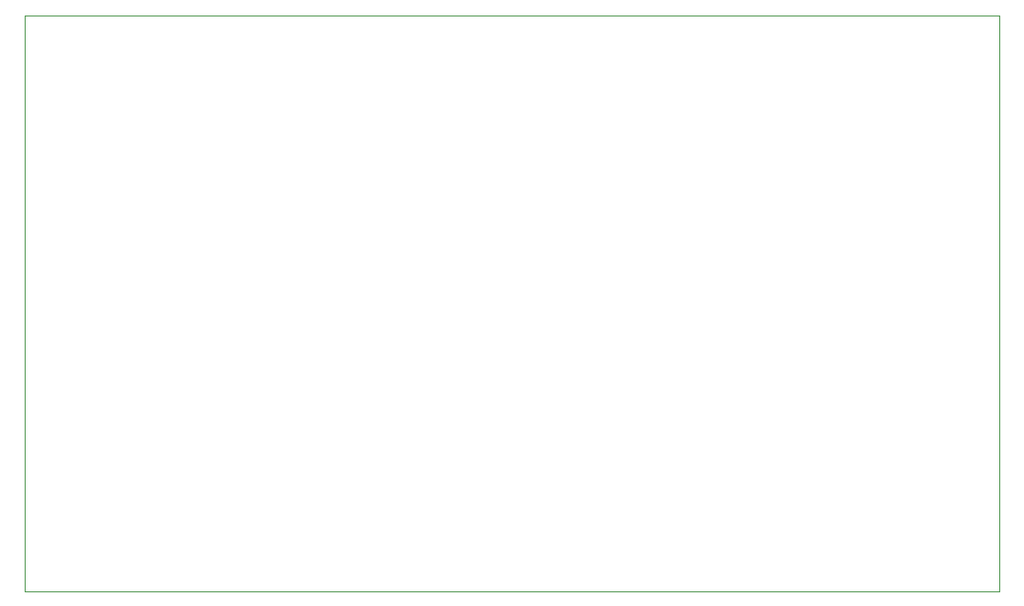
<source format=gbr>
G04 #@! TF.GenerationSoftware,KiCad,Pcbnew,(5.1.6)-1*
G04 #@! TF.CreationDate,2020-07-21T12:12:18+05:30*
G04 #@! TF.ProjectId,WeatherStationPCB,57656174-6865-4725-9374-6174696f6e50,rev?*
G04 #@! TF.SameCoordinates,Original*
G04 #@! TF.FileFunction,Profile,NP*
%FSLAX46Y46*%
G04 Gerber Fmt 4.6, Leading zero omitted, Abs format (unit mm)*
G04 Created by KiCad (PCBNEW (5.1.6)-1) date 2020-07-21 12:12:18*
%MOMM*%
%LPD*%
G01*
G04 APERTURE LIST*
G04 #@! TA.AperFunction,Profile*
%ADD10C,0.100000*%
G04 #@! TD*
G04 APERTURE END LIST*
D10*
X71120000Y-73660000D02*
X77470000Y-73660000D01*
X71120000Y-127000000D02*
X71120000Y-73660000D01*
X77470000Y-127000000D02*
X71120000Y-127000000D01*
X161290000Y-73660000D02*
X161290000Y-127000000D01*
X77470000Y-73660000D02*
X161290000Y-73660000D01*
X161290000Y-127000000D02*
X77470000Y-127000000D01*
M02*

</source>
